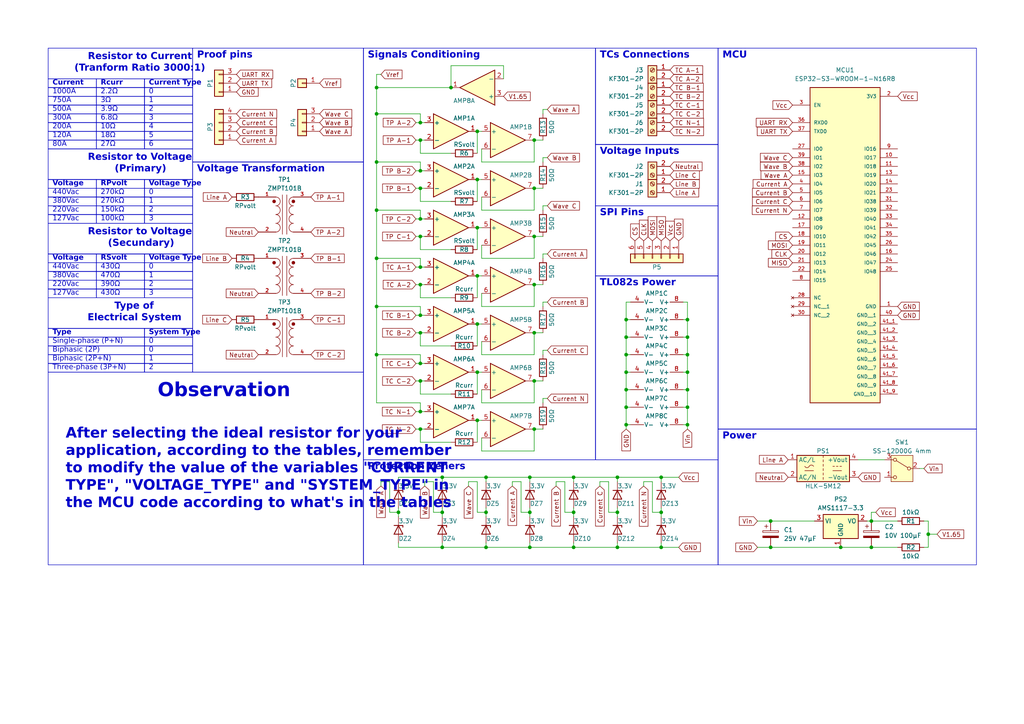
<source format=kicad_sch>
(kicad_sch (version 20230121) (generator eeschema)
  (paper "A4")
  (title_block (title "Power Vision V3.4 Schematic") (date "26/06/2024") (rev "1.3") (company "linkedin.com/in/lucasrguerra") (comment 1 "github.com/lucasrguerra/power_vision"))
  (junction (at 179.07 148.59))
  (junction (at 181.61 107.95))
  (junction (at 166.37 148.59))
  (junction (at 199.39 97.79))
  (junction (at 191.77 148.59))
  (junction (at 140.97 138.43))
  (junction (at 109.22 60.96))
  (junction (at 269.24 154.94))
  (junction (at 121.92 82.55))
  (junction (at 154.94 110.49))
  (junction (at 121.92 68.58))
  (junction (at 179.07 158.75))
  (junction (at 121.92 54.61))
  (junction (at 109.22 102.87))
  (junction (at 153.67 148.59))
  (junction (at 121.92 91.44))
  (junction (at 191.77 158.75))
  (junction (at 154.94 124.46))
  (junction (at 181.61 118.11))
  (junction (at 138.43 38.1))
  (junction (at 243.84 158.75))
  (junction (at 153.67 138.43))
  (junction (at 121.92 35.56))
  (junction (at 128.27 158.75))
  (junction (at 181.61 113.03))
  (junction (at 199.39 123.19))
  (junction (at 223.52 151.13))
  (junction (at 199.39 118.11))
  (junction (at 121.92 105.41))
  (junction (at 138.43 52.07))
  (junction (at 181.61 102.87))
  (junction (at 128.27 138.43))
  (junction (at 154.94 40.64))
  (junction (at 121.92 40.64))
  (junction (at 109.22 74.93))
  (junction (at 191.77 138.43))
  (junction (at 181.61 92.71))
  (junction (at 252.73 158.75))
  (junction (at 154.94 54.61))
  (junction (at 223.52 158.75))
  (junction (at 138.43 107.95))
  (junction (at 140.97 148.59))
  (junction (at 109.22 25.4))
  (junction (at 138.43 80.01))
  (junction (at 166.37 158.75))
  (junction (at 199.39 102.87))
  (junction (at 166.37 138.43))
  (junction (at 181.61 97.79))
  (junction (at 179.07 138.43))
  (junction (at 153.67 158.75))
  (junction (at 128.27 148.59))
  (junction (at 121.92 49.53))
  (junction (at 109.22 46.99))
  (junction (at 121.92 96.52))
  (junction (at 199.39 107.95))
  (junction (at 138.43 93.98))
  (junction (at 121.92 124.46))
  (junction (at 121.92 63.5))
  (junction (at 154.94 82.55))
  (junction (at 154.94 68.58))
  (junction (at 121.92 119.38))
  (junction (at 121.92 77.47))
  (junction (at 154.94 96.52))
  (junction (at 115.57 148.59))
  (junction (at 199.39 113.03))
  (junction (at 130.81 25.4))
  (junction (at 252.73 151.13))
  (junction (at 140.97 158.75))
  (junction (at 109.22 33.02))
  (junction (at 199.39 92.71))
  (junction (at 109.22 88.9))
  (junction (at 138.43 66.04))
  (junction (at 121.92 110.49))
  (junction (at 138.43 121.92))
  (junction (at 181.61 123.19))
  (wire (pts (xy 109.22 60.96) (xy 109.22 74.93)))
  (wire (pts (xy 138.43 52.07) (xy 139.7 52.07)))
  (wire (pts (xy 128.27 138.43) (xy 128.27 139.7)))
  (wire (pts (xy 266.7 135.89) (xy 267.97 135.89)))
  (wire (pts (xy 109.22 33.02) (xy 109.22 25.4)))
  (wire (pts (xy 254 148.59) (xy 252.73 148.59)))
  (wire (pts (xy 154.94 124.46) (xy 157.48 124.46)))
  (wire (pts (xy 138.43 128.27) (xy 138.43 121.92)))
  (wire (pts (xy 157.48 45.72) (xy 157.48 46.99)))
  (wire (pts (xy 115.57 158.75) (xy 128.27 158.75)))
  (wire (pts (xy 181.61 123.19) (xy 181.61 124.46)))
  (wire (pts (xy 113.03 139.7) (xy 113.03 148.59)))
  (wire (pts (xy 179.07 139.7) (xy 179.07 138.43)))
  (wire (pts (xy 146.05 22.86) (xy 146.05 19.05)))
  (wire (pts (xy 109.22 74.93) (xy 109.22 88.9)))
  (wire (pts (xy 109.22 21.59) (xy 109.22 25.4)))
  (wire (pts (xy 121.92 46.99) (xy 109.22 46.99)))
  (wire (pts (xy 166.37 138.43) (xy 179.07 138.43)))
  (wire (pts (xy 121.92 105.41) (xy 121.92 102.87)))
  (wire (pts (xy 139.7 116.84) (xy 154.94 116.84)))
  (wire (pts (xy 121.92 40.64) (xy 123.19 40.64)))
  (wire (pts (xy 139.7 113.03) (xy 139.7 116.84)))
  (wire (pts (xy 121.92 68.58) (xy 123.19 68.58)))
  (wire (pts (xy 191.77 148.59) (xy 191.77 149.86)))
  (wire (pts (xy 138.43 44.45) (xy 138.43 38.1)))
  (wire (pts (xy 121.92 102.87) (xy 109.22 102.87)))
  (wire (pts (xy 148.59 139.7) (xy 148.59 140.97)))
  (wire (pts (xy 115.57 148.59) (xy 115.57 149.86)))
  (wire (pts (xy 115.57 147.32) (xy 115.57 148.59)))
  (wire (pts (xy 223.52 151.13) (xy 236.22 151.13)))
  (wire (pts (xy 121.92 82.55) (xy 123.19 82.55)))
  (wire (pts (xy 198.12 113.03) (xy 199.39 113.03)))
  (wire (pts (xy 121.92 110.49) (xy 123.19 110.49)))
  (wire (pts (xy 179.07 158.75) (xy 191.77 158.75)))
  (wire (pts (xy 154.94 116.84) (xy 154.94 110.49)))
  (wire (pts (xy 154.94 40.64) (xy 157.48 40.64)))
  (wire (pts (xy 140.97 139.7) (xy 140.97 138.43)))
  (wire (pts (xy 120.65 82.55) (xy 121.92 82.55)))
  (wire (pts (xy 130.81 58.42) (xy 121.92 58.42)))
  (wire (pts (xy 121.92 91.44) (xy 121.92 88.9)))
  (wire (pts (xy 157.48 101.6) (xy 157.48 102.87)))
  (wire (pts (xy 120.65 124.46) (xy 121.92 124.46)))
  (wire (pts (xy 267.97 151.13) (xy 269.24 151.13)))
  (wire (pts (xy 125.73 139.7) (xy 125.73 148.59)))
  (wire (pts (xy 252.73 158.75) (xy 260.35 158.75)))
  (wire (pts (xy 154.94 110.49) (xy 157.48 110.49)))
  (wire (pts (xy 121.92 88.9) (xy 109.22 88.9)))
  (wire (pts (xy 252.73 148.59) (xy 252.73 151.13)))
  (wire (pts (xy 139.7 85.09) (xy 139.7 88.9)))
  (wire (pts (xy 109.22 33.02) (xy 109.22 46.99)))
  (wire (pts (xy 182.88 102.87) (xy 181.61 102.87)))
  (wire (pts (xy 181.61 123.19) (xy 182.88 123.19)))
  (wire (pts (xy 158.75 73.66) (xy 157.48 73.66)))
  (wire (pts (xy 135.89 139.7) (xy 138.43 139.7)))
  (wire (pts (xy 157.48 59.69) (xy 157.48 60.96)))
  (wire (pts (xy 166.37 147.32) (xy 166.37 148.59)))
  (wire (pts (xy 109.22 33.02) (xy 121.92 33.02)))
  (wire (pts (xy 199.39 102.87) (xy 199.39 107.95)))
  (wire (pts (xy 199.39 92.71) (xy 199.39 97.79)))
  (wire (pts (xy 186.69 139.7) (xy 186.69 140.97)))
  (wire (pts (xy 123.19 139.7) (xy 123.19 140.97)))
  (wire (pts (xy 130.81 128.27) (xy 121.92 128.27)))
  (wire (pts (xy 166.37 158.75) (xy 153.67 158.75)))
  (wire (pts (xy 121.92 96.52) (xy 123.19 96.52)))
  (wire (pts (xy 120.65 63.5) (xy 121.92 63.5)))
  (wire (pts (xy 139.7 88.9) (xy 154.94 88.9)))
  (wire (pts (xy 199.39 97.79) (xy 198.12 97.79)))
  (wire (pts (xy 179.07 157.48) (xy 179.07 158.75)))
  (wire (pts (xy 191.77 139.7) (xy 191.77 138.43)))
  (wire (pts (xy 109.22 88.9) (xy 109.22 102.87)))
  (wire (pts (xy 121.92 35.56) (xy 121.92 33.02)))
  (wire (pts (xy 181.61 118.11) (xy 182.88 118.11)))
  (wire (pts (xy 157.48 31.75) (xy 157.48 33.02)))
  (wire (pts (xy 140.97 147.32) (xy 140.97 148.59)))
  (wire (pts (xy 182.88 87.63) (xy 181.61 87.63)))
  (wire (pts (xy 198.12 87.63) (xy 199.39 87.63)))
  (wire (pts (xy 161.29 139.7) (xy 161.29 140.97)))
  (wire (pts (xy 128.27 158.75) (xy 128.27 157.48)))
  (wire (pts (xy 189.23 139.7) (xy 189.23 148.59)))
  (wire (pts (xy 269.24 154.94) (xy 271.78 154.94)))
  (wire (pts (xy 181.61 87.63) (xy 181.61 92.71)))
  (wire (pts (xy 198.12 123.19) (xy 199.39 123.19)))
  (wire (pts (xy 248.92 133.35) (xy 256.54 133.35)))
  (wire (pts (xy 199.39 118.11) (xy 199.39 123.19)))
  (wire (pts (xy 154.94 60.96) (xy 154.94 54.61)))
  (wire (pts (xy 138.43 139.7) (xy 138.43 148.59)))
  (wire (pts (xy 120.65 68.58) (xy 121.92 68.58)))
  (wire (pts (xy 139.7 74.93) (xy 154.94 74.93)))
  (wire (pts (xy 130.81 19.05) (xy 146.05 19.05)))
  (wire (pts (xy 120.65 49.53) (xy 121.92 49.53)))
  (wire (pts (xy 154.94 82.55) (xy 157.48 82.55)))
  (wire (pts (xy 123.19 139.7) (xy 125.73 139.7)))
  (wire (pts (xy 109.22 25.4) (xy 130.81 25.4)))
  (wire (pts (xy 154.94 68.58) (xy 157.48 68.58)))
  (wire (pts (xy 138.43 80.01) (xy 139.7 80.01)))
  (wire (pts (xy 138.43 121.92) (xy 139.7 121.92)))
  (wire (pts (xy 121.92 60.96) (xy 109.22 60.96)))
  (wire (pts (xy 153.67 158.75) (xy 140.97 158.75)))
  (wire (pts (xy 120.65 40.64) (xy 121.92 40.64)))
  (wire (pts (xy 120.65 54.61) (xy 121.92 54.61)))
  (wire (pts (xy 176.53 148.59) (xy 179.07 148.59)))
  (wire (pts (xy 166.37 157.48) (xy 166.37 158.75)))
  (wire (pts (xy 158.75 101.6) (xy 157.48 101.6)))
  (wire (pts (xy 121.92 35.56) (xy 123.19 35.56)))
  (wire (pts (xy 120.65 119.38) (xy 121.92 119.38)))
  (wire (pts (xy 154.94 102.87) (xy 139.7 102.87)))
  (wire (pts (xy 157.48 73.66) (xy 157.48 74.93)))
  (wire (pts (xy 121.92 119.38) (xy 123.19 119.38)))
  (wire (pts (xy 121.92 116.84) (xy 121.92 119.38)))
  (wire (pts (xy 140.97 148.59) (xy 140.97 149.86)))
  (wire (pts (xy 115.57 157.48) (xy 115.57 158.75)))
  (wire (pts (xy 138.43 66.04) (xy 139.7 66.04)))
  (wire (pts (xy 139.7 57.15) (xy 139.7 60.96)))
  (wire (pts (xy 109.22 46.99) (xy 109.22 60.96)))
  (wire (pts (xy 181.61 102.87) (xy 181.61 107.95)))
  (wire (pts (xy 120.65 105.41) (xy 121.92 105.41)))
  (wire (pts (xy 154.94 130.81) (xy 139.7 130.81)))
  (wire (pts (xy 109.22 116.84) (xy 121.92 116.84)))
  (wire (pts (xy 163.83 148.59) (xy 166.37 148.59)))
  (wire (pts (xy 138.43 66.04) (xy 138.43 72.39)))
  (wire (pts (xy 121.92 100.33) (xy 121.92 96.52)))
  (wire (pts (xy 148.59 139.7) (xy 151.13 139.7)))
  (wire (pts (xy 138.43 93.98) (xy 139.7 93.98)))
  (wire (pts (xy 121.92 77.47) (xy 121.92 74.93)))
  (wire (pts (xy 121.92 77.47) (xy 123.19 77.47)))
  (wire (pts (xy 269.24 154.94) (xy 269.24 158.75)))
  (wire (pts (xy 179.07 147.32) (xy 179.07 148.59)))
  (wire (pts (xy 181.61 107.95) (xy 181.61 113.03)))
  (wire (pts (xy 154.94 46.99) (xy 154.94 40.64)))
  (wire (pts (xy 121.92 105.41) (xy 123.19 105.41)))
  (wire (pts (xy 110.49 139.7) (xy 113.03 139.7)))
  (wire (pts (xy 139.7 43.18) (xy 139.7 46.99)))
  (wire (pts (xy 181.61 107.95) (xy 182.88 107.95)))
  (wire (pts (xy 181.61 92.71) (xy 181.61 97.79)))
  (wire (pts (xy 158.75 115.57) (xy 157.48 115.57)))
  (wire (pts (xy 269.24 151.13) (xy 269.24 154.94)))
  (wire (pts (xy 138.43 100.33) (xy 138.43 93.98)))
  (wire (pts (xy 191.77 147.32) (xy 191.77 148.59)))
  (wire (pts (xy 138.43 114.3) (xy 138.43 107.95)))
  (wire (pts (xy 199.39 87.63) (xy 199.39 92.71)))
  (wire (pts (xy 154.94 82.55) (xy 154.94 88.9)))
  (wire (pts (xy 181.61 113.03) (xy 181.61 118.11)))
  (wire (pts (xy 189.23 148.59) (xy 191.77 148.59)))
  (wire (pts (xy 199.39 97.79) (xy 199.39 102.87)))
  (wire (pts (xy 121.92 63.5) (xy 123.19 63.5)))
  (wire (pts (xy 157.48 87.63) (xy 157.48 88.9)))
  (wire (pts (xy 267.97 158.75) (xy 269.24 158.75)))
  (wire (pts (xy 140.97 157.48) (xy 140.97 158.75)))
  (wire (pts (xy 139.7 60.96) (xy 154.94 60.96)))
  (wire (pts (xy 115.57 138.43) (xy 128.27 138.43)))
  (wire (pts (xy 154.94 96.52) (xy 154.94 102.87)))
  (wire (pts (xy 121.92 74.93) (xy 109.22 74.93)))
  (wire (pts (xy 130.81 100.33) (xy 121.92 100.33)))
  (wire (pts (xy 140.97 158.75) (xy 128.27 158.75)))
  (wire (pts (xy 110.49 139.7) (xy 110.49 140.97)))
  (wire (pts (xy 120.65 35.56) (xy 121.92 35.56)))
  (wire (pts (xy 109.22 102.87) (xy 109.22 116.84)))
  (wire (pts (xy 179.07 148.59) (xy 179.07 149.86)))
  (wire (pts (xy 173.99 139.7) (xy 176.53 139.7)))
  (wire (pts (xy 223.52 158.75) (xy 243.84 158.75)))
  (wire (pts (xy 153.67 157.48) (xy 153.67 158.75)))
  (wire (pts (xy 130.81 72.39) (xy 121.92 72.39)))
  (wire (pts (xy 138.43 58.42) (xy 138.43 52.07)))
  (wire (pts (xy 121.92 44.45) (xy 121.92 40.64)))
  (wire (pts (xy 128.27 138.43) (xy 140.97 138.43)))
  (wire (pts (xy 139.7 46.99) (xy 154.94 46.99)))
  (wire (pts (xy 166.37 139.7) (xy 166.37 138.43)))
  (wire (pts (xy 121.92 58.42) (xy 121.92 54.61)))
  (wire (pts (xy 130.81 19.05) (xy 130.81 25.4)))
  (wire (pts (xy 154.94 96.52) (xy 157.48 96.52)))
  (wire (pts (xy 154.94 74.93) (xy 154.94 68.58)))
  (wire (pts (xy 138.43 86.36) (xy 138.43 80.01)))
  (wire (pts (xy 181.61 118.11) (xy 181.61 123.19)))
  (wire (pts (xy 166.37 148.59) (xy 166.37 149.86)))
  (wire (pts (xy 121.92 72.39) (xy 121.92 68.58)))
  (wire (pts (xy 121.92 49.53) (xy 121.92 46.99)))
  (wire (pts (xy 181.61 97.79) (xy 181.61 102.87)))
  (wire (pts (xy 151.13 139.7) (xy 151.13 148.59)))
  (wire (pts (xy 135.89 139.7) (xy 135.89 140.97)))
  (wire (pts (xy 138.43 107.95) (xy 139.7 107.95)))
  (wire (pts (xy 198.12 118.11) (xy 199.39 118.11)))
  (wire (pts (xy 121.92 86.36) (xy 121.92 82.55)))
  (wire (pts (xy 179.07 138.43) (xy 191.77 138.43)))
  (wire (pts (xy 130.81 114.3) (xy 121.92 114.3)))
  (wire (pts (xy 173.99 139.7) (xy 173.99 140.97)))
  (wire (pts (xy 115.57 139.7) (xy 115.57 138.43)))
  (wire (pts (xy 157.48 115.57) (xy 157.48 116.84)))
  (wire (pts (xy 120.65 110.49) (xy 121.92 110.49)))
  (wire (pts (xy 113.03 148.59) (xy 115.57 148.59)))
  (wire (pts (xy 121.92 49.53) (xy 123.19 49.53)))
  (wire (pts (xy 199.39 102.87) (xy 198.12 102.87)))
  (wire (pts (xy 219.71 151.13) (xy 223.52 151.13)))
  (wire (pts (xy 138.43 148.59) (xy 140.97 148.59)))
  (wire (pts (xy 176.53 139.7) (xy 176.53 148.59)))
  (wire (pts (xy 179.07 158.75) (xy 166.37 158.75)))
  (wire (pts (xy 120.65 96.52) (xy 121.92 96.52)))
  (wire (pts (xy 219.71 158.75) (xy 223.52 158.75)))
  (wire (pts (xy 120.65 91.44) (xy 121.92 91.44)))
  (wire (pts (xy 158.75 31.75) (xy 157.48 31.75)))
  (wire (pts (xy 121.92 114.3) (xy 121.92 110.49)))
  (wire (pts (xy 199.39 113.03) (xy 199.39 118.11)))
  (wire (pts (xy 125.73 148.59) (xy 128.27 148.59)))
  (wire (pts (xy 153.67 148.59) (xy 153.67 149.86)))
  (wire (pts (xy 130.81 44.45) (xy 121.92 44.45)))
  (wire (pts (xy 138.43 38.1) (xy 139.7 38.1)))
  (wire (pts (xy 199.39 107.95) (xy 199.39 113.03)))
  (wire (pts (xy 139.7 71.12) (xy 139.7 74.93)))
  (wire (pts (xy 153.67 147.32) (xy 153.67 148.59)))
  (wire (pts (xy 121.92 124.46) (xy 123.19 124.46)))
  (wire (pts (xy 128.27 148.59) (xy 128.27 149.86)))
  (wire (pts (xy 158.75 59.69) (xy 157.48 59.69)))
  (wire (pts (xy 199.39 92.71) (xy 198.12 92.71)))
  (wire (pts (xy 128.27 147.32) (xy 128.27 148.59)))
  (wire (pts (xy 182.88 92.71) (xy 181.61 92.71)))
  (wire (pts (xy 151.13 148.59) (xy 153.67 148.59)))
  (wire (pts (xy 198.12 107.95) (xy 199.39 107.95)))
  (wire (pts (xy 153.67 138.43) (xy 166.37 138.43)))
  (wire (pts (xy 121.92 128.27) (xy 121.92 124.46)))
  (wire (pts (xy 252.73 151.13) (xy 260.35 151.13)))
  (wire (pts (xy 120.65 77.47) (xy 121.92 77.47)))
  (wire (pts (xy 181.61 113.03) (xy 182.88 113.03)))
  (wire (pts (xy 161.29 139.7) (xy 163.83 139.7)))
  (wire (pts (xy 121.92 91.44) (xy 123.19 91.44)))
  (wire (pts (xy 196.85 158.75) (xy 191.77 158.75)))
  (wire (pts (xy 163.83 139.7) (xy 163.83 148.59)))
  (wire (pts (xy 139.7 130.81) (xy 139.7 127)))
  (wire (pts (xy 140.97 138.43) (xy 153.67 138.43)))
  (wire (pts (xy 121.92 63.5) (xy 121.92 60.96)))
  (wire (pts (xy 130.81 86.36) (xy 121.92 86.36)))
  (wire (pts (xy 154.94 54.61) (xy 157.48 54.61)))
  (wire (pts (xy 158.75 45.72) (xy 157.48 45.72)))
  (wire (pts (xy 121.92 54.61) (xy 123.19 54.61)))
  (wire (pts (xy 158.75 87.63) (xy 157.48 87.63)))
  (wire (pts (xy 154.94 124.46) (xy 154.94 130.81)))
  (wire (pts (xy 153.67 139.7) (xy 153.67 138.43)))
  (wire (pts (xy 182.88 97.79) (xy 181.61 97.79)))
  (wire (pts (xy 243.84 158.75) (xy 252.73 158.75)))
  (wire (pts (xy 186.69 139.7) (xy 189.23 139.7)))
  (wire (pts (xy 110.49 21.59) (xy 109.22 21.59)))
  (wire (pts (xy 196.85 138.43) (xy 191.77 138.43)))
  (wire (pts (xy 139.7 102.87) (xy 139.7 99.06)))
  (wire (pts (xy 251.46 151.13) (xy 252.73 151.13)))
  (wire (pts (xy 199.39 123.19) (xy 199.39 124.46)))
  (wire (pts (xy 191.77 157.48) (xy 191.77 158.75)))
  (rectangle (start 27.94 38.1) (end 41.91 40.64))
  (rectangle (start 41.91 40.64) (end 55.88 43.18))
  (rectangle (start 27.94 22.86) (end 41.91 25.4))
  (rectangle (start 27.94 78.74) (end 41.91 81.28))
  (rectangle (start 27.94 73.66) (end 41.91 76.2))
  (rectangle (start 13.97 102.87) (end 41.91 105.41))
  (rectangle (start 41.91 52.07) (end 55.88 54.61))
  (rectangle (start 27.94 62.23) (end 41.91 64.77))
  (rectangle (start 13.97 64.77) (end 55.88 73.66))
  (rectangle (start 41.91 83.82) (end 55.88 86.36))
  (rectangle (start 27.94 30.48) (end 41.91 33.02))
  (rectangle (start 41.91 105.41) (end 55.88 107.95))
  (rectangle (start 13.97 57.15) (end 27.94 59.69))
  (rectangle (start 55.88 46.99) (end 105.41 107.95))
  (rectangle (start 27.94 81.28) (end 41.91 83.82))
  (rectangle (start 13.97 100.33) (end 41.91 102.87))
  (rectangle (start 208.28 13.97) (end 283.21 124.46))
  (rectangle (start 13.97 38.1) (end 27.94 40.64))
  (rectangle (start 13.97 22.86) (end 27.94 25.4))
  (rectangle (start 41.91 78.74) (end 55.88 81.28))
  (rectangle (start 172.72 13.97) (end 208.28 41.91))
  (rectangle (start 105.41 13.97) (end 172.72 133.35))
  (rectangle (start 41.91 100.33) (end 55.88 102.87))
  (rectangle (start 208.28 124.46) (end 283.21 163.83))
  (rectangle (start 13.97 35.56) (end 27.94 38.1))
  (rectangle (start 55.88 13.97) (end 105.41 46.99))
  (rectangle (start 41.91 27.94) (end 55.88 30.48))
  (rectangle (start 172.72 59.69) (end 208.28 80.01))
  (rectangle (start 41.91 38.1) (end 55.88 40.64))
  (rectangle (start 13.97 76.2) (end 27.94 78.74))
  (rectangle (start 41.91 73.66) (end 55.88 76.2))
  (rectangle (start 13.97 30.48) (end 27.94 33.02))
  (rectangle (start 41.91 22.86) (end 55.88 25.4))
  (rectangle (start 41.91 59.69) (end 55.88 62.23))
  (rectangle (start 41.91 102.87) (end 55.88 105.41))
  (rectangle (start 13.97 105.41) (end 41.91 107.95))
  (rectangle (start 13.97 13.97) (end 55.88 22.86))
  (rectangle (start 27.94 52.07) (end 41.91 54.61))
  (rectangle (start 27.94 35.56) (end 41.91 38.1))
  (rectangle (start 13.97 54.61) (end 27.94 57.15))
  (rectangle (start 27.94 57.15) (end 41.91 59.69))
  (rectangle (start 13.97 107.95) (end 105.41 163.83))
  (rectangle (start 13.97 97.79) (end 41.91 100.33))
  (rectangle (start 172.72 41.91) (end 208.28 59.69))
  (rectangle (start 13.97 86.36) (end 55.88 95.25))
  (rectangle (start 27.94 59.69) (end 41.91 62.23))
  (rectangle (start 27.94 54.61) (end 41.91 57.15))
  (rectangle (start 41.91 25.4) (end 55.88 27.94))
  (rectangle (start 13.97 62.23) (end 27.94 64.77))
  (rectangle (start 105.41 133.35) (end 208.28 163.83))
  (rectangle (start 41.91 30.48) (end 55.88 33.02))
  (rectangle (start 27.94 27.94) (end 41.91 30.48))
  (rectangle (start 13.97 78.74) (end 27.94 81.28))
  (rectangle (start 27.94 33.02) (end 41.91 35.56))
  (rectangle (start 41.91 57.15) (end 55.88 59.69))
  (rectangle (start 13.97 33.02) (end 27.94 35.56))
  (rectangle (start 27.94 76.2) (end 41.91 78.74))
  (rectangle (start 41.91 33.02) (end 55.88 35.56))
  (rectangle (start 27.94 25.4) (end 41.91 27.94))
  (rectangle (start 41.91 95.25) (end 55.88 97.79))
  (rectangle (start 13.97 27.94) (end 27.94 30.48))
  (rectangle (start 41.91 97.79) (end 55.88 100.33))
  (rectangle (start 13.97 73.66) (end 27.94 76.2))
  (rectangle (start 13.97 59.69) (end 27.94 62.23))
  (rectangle (start 13.97 83.82) (end 27.94 86.36))
  (rectangle (start 172.72 80.01) (end 208.28 133.35))
  (rectangle (start 13.97 43.18) (end 55.88 52.07))
  (rectangle (start 27.94 83.82) (end 41.91 86.36))
  (rectangle (start 41.91 76.2) (end 55.88 78.74))
  (rectangle (start 41.91 81.28) (end 55.88 83.82))
  (rectangle (start 41.91 54.61) (end 55.88 57.15))
  (rectangle (start 13.97 25.4) (end 27.94 27.94))
  (rectangle (start 13.97 52.07) (end 27.94 54.61))
  (rectangle (start 13.97 95.25) (end 41.91 97.79))
  (rectangle (start 13.97 81.28) (end 27.94 83.82))
  (rectangle (start 13.97 40.64) (end 27.94 43.18))
  (rectangle (start 41.91 35.56) (end 55.88 38.1))
  (rectangle (start 27.94 40.64) (end 41.91 43.18))
  (rectangle (start 41.91 62.23) (end 55.88 64.77))
  (text "5" (at 43.18 40.64 0) (effects (font (size 1.5 1.5)) (justify left bottom)))
  (text "27Ω" (at 29.21 43.18 0) (effects (font (size 1.5 1.5)) (justify left bottom)))
  (text "    Resistor to Voltage\n          (Secundary)" (at 21.59 72.39 0) (effects (font (size 2 2) (thickness 0.254) bold) (justify left bottom)))
  (text "Type\n" (at 15.24 97.79 0) (effects (font (size 1.5 1.5) (thickness 0.3) bold) (justify left bottom)))
  (text "10Ω" (at 29.21 38.1 0) (effects (font (size 1.5 1.5)) (justify left bottom)))
  (text "220Vac" (at 15.24 62.23 0) (effects (font (size 1.5 1.5)) (justify left bottom)))
  (text "0" (at 43.18 27.94 0) (effects (font (size 1.5 1.5)) (justify left bottom)))
  (text "380Vac" (at 15.24 59.69 0) (effects (font (size 1.5 1.5)) (justify left bottom)))
  (text "Biphasic (2P)" (at 15.24 102.87 0) (effects (font (size 1.5 1.5)) (justify left bottom)))
  (text "380Vac" (at 15.24 81.28 0) (effects (font (size 1.5 1.5)) (justify left bottom)))
  (text "220Vac" (at 15.24 83.82 0) (effects (font (size 1.5 1.5)) (justify left bottom)))
  (text "2" (at 43.18 107.95 0) (effects (font (size 1.5 1.5)) (justify left bottom)))
  (text "470Ω" (at 29.21 81.28 0) (effects (font (size 1.5 1.5)) (justify left bottom)))
  (text "RSvolt" (at 29.21 76.2 0) (effects (font (size 1.5 1.5) (thickness 0.3) bold) (justify left bottom)))
  (text "500A" (at 15.24 33.02 0) (effects (font (size 1.5 1.5)) (justify left bottom)))
  (text "1" (at 43.18 59.69 0) (effects (font (size 1.5 1.5)) (justify left bottom)))
  (text "2" (at 43.18 83.82 0) (effects (font (size 1.5 1.5)) (justify left bottom)))
  (text "6" (at 43.18 43.18 0) (effects (font (size 1.5 1.5)) (justify left bottom)))
  (text "        Type of\nElectrical System" (at 25.4 93.98 0) (effects (font (size 2 2) (thickness 0.254) bold) (justify left bottom)))
  (text "Voltage Type" (at 43.18 54.61 0) (effects (font (size 1.5 1.5) (thickness 0.3) bold) (justify left bottom)))
  (text "2" (at 43.18 33.02 0) (effects (font (size 1.5 1.5)) (justify left bottom)))
  (text "Current" (at 15.24 25.4 0) (effects (font (size 1.5 1.5) (thickness 0.3) bold) (justify left bottom)))
  (text "300A" (at 15.24 35.56 0) (effects (font (size 1.5 1.5)) (justify left bottom)))
  (text "MCU" (at 209.55 17.78 0) (effects (font (size 2 2) (thickness 0.254) bold) (justify left bottom)))
  (text "3Ω" (at 29.21 30.48 0) (effects (font (size 1.5 1.5)) (justify left bottom)))
  (text "750A" (at 15.24 30.48 0) (effects (font (size 1.5 1.5)) (justify left bottom)))
  (text "440Vac" (at 15.24 78.74 0) (effects (font (size 1.5 1.5)) (justify left bottom)))
  (text "3.9Ω" (at 29.21 33.02 0) (effects (font (size 1.5 1.5)) (justify left bottom)))
  (text "RPvolt" (at 29.21 54.61 0) (effects (font (size 1.5 1.5) (thickness 0.3) bold) (justify left bottom)))
  (text "2" (at 43.18 62.23 0) (effects (font (size 1.5 1.5)) (justify left bottom)))
  (text "0" (at 43.18 102.87 0) (effects (font (size 1.5 1.5)) (justify left bottom)))
  (text "Power" (at 209.55 128.27 0) (effects (font (size 2 2) (thickness 0.254) bold) (justify left bottom)))
  (text "270kΩ" (at 29.21 57.15 0) (effects (font (size 1.5 1.5)) (justify left bottom)))
  (text "270kΩ" (at 29.21 59.69 0) (effects (font (size 1.5 1.5)) (justify left bottom)))
  (text "100kΩ" (at 29.21 64.77 0) (effects (font (size 1.5 1.5)) (justify left bottom)))
  (text "Voltage" (at 15.24 76.2 0) (effects (font (size 1.5 1.5) (thickness 0.3) bold) (justify left bottom)))
  (text "Voltage Inputs" (at 173.99 45.72 0) (effects (font (size 2 2) (thickness 0.254) bold) (justify left bottom)))
  (text "System Type" (at 43.18 97.79 0) (effects (font (size 1.5 1.5) (thickness 0.3) bold) (justify left bottom)))
  (text "3" (at 43.18 86.36 0) (effects (font (size 1.5 1.5)) (justify left bottom)))
  (text "18Ω" (at 29.21 40.64 0) (effects (font (size 1.5 1.5)) (justify left bottom)))
  (text "6.8Ω" (at 29.21 35.56 0) (effects (font (size 1.5 1.5)) (justify left bottom)))
  (text "390Ω" (at 29.21 83.82 0) (effects (font (size 1.5 1.5)) (justify left bottom)))
  (text "Voltage Type" (at 43.18 76.2 0) (effects (font (size 1.5 1.5) (thickness 0.3) bold) (justify left bottom)))
  (text "    Resistor to Voltage\n            (Primary)" (at 21.59 50.8 0) (effects (font (size 2 2) (thickness 0.254) bold) (justify left bottom)))
  (text "After selecting the ideal resistor for your\napplication, according to the tables, remember\nto modify the value of the variables \"CURRENT\nTYPE\", \"VOLTAGE_TYPE\" and \"SYSTEM_TYPE\" in\nthe MCU code according to what's in the tables" (at 19.05 148.59 0) (effects (font (size 3 3) (thickness 0.6) bold) (justify left bottom)))
  (text "120A" (at 15.24 40.64 0) (effects (font (size 1.5 1.5)) (justify left bottom)))
  (text "Protection Zeners" (at 106.68 137.16 0) (effects (font (size 2 2) (thickness 0.254) bold) (justify left bottom)))
  (text "127Vac" (at 15.24 64.77 0) (effects (font (size 1.5 1.5)) (justify left bottom)))
  (text "TL082s Power\n" (at 173.99 83.82 0) (effects (font (size 2 2) (thickness 0.254) bold) (justify left bottom)))
  (text "1" (at 43.18 81.28 0) (effects (font (size 1.5 1.5)) (justify left bottom)))
  (text "150kΩ" (at 29.21 62.23 0) (effects (font (size 1.5 1.5)) (justify left bottom)))
  (text "Signals Conditioning" (at 106.68 17.78 0) (effects (font (size 2 2) (thickness 0.254) bold) (justify left bottom)))
  (text "0" (at 43.18 57.15 0) (effects (font (size 1.5 1.5)) (justify left bottom)))
  (text "1000A" (at 15.24 27.94 0) (effects (font (size 1.5 1.5)) (justify left bottom)))
  (text "Current Type" (at 43.18 25.4 0) (effects (font (size 1.5 1.5) (thickness 0.3) bold) (justify left bottom)))
  (text "Voltage Transformation\n" (at 57.15 50.8 0) (effects (font (size 2 2) (thickness 0.254) bold) (justify left bottom)))
  (text "127Vac" (at 15.24 86.36 0) (effects (font (size 1.5 1.5)) (justify left bottom)))
  (text "200A" (at 15.24 38.1 0) (effects (font (size 1.5 1.5)) (justify left bottom)))
  (text "1" (at 43.18 30.48 0) (effects (font (size 1.5 1.5)) (justify left bottom)))
  (text "430Ω" (at 29.21 86.36 0) (effects (font (size 1.5 1.5)) (justify left bottom)))
  (text "Three-phase (3P+N)" (at 15.24 107.95 0) (effects (font (size 1.5 1.5)) (justify left bottom)))
  (text "0" (at 43.18 100.33 0) (effects (font (size 1.5 1.5)) (justify left bottom)))
  (text "80A" (at 15.24 43.18 0) (effects (font (size 1.5 1.5)) (justify left bottom)))
  (text "3" (at 43.18 64.77 0) (effects (font (size 1.5 1.5)) (justify left bottom)))
  (text "1" (at 43.18 105.41 0) (effects (font (size 1.5 1.5)) (justify left bottom)))
  (text "Biphasic (2P+N)\n" (at 15.24 105.41 0) (effects (font (size 1.5 1.5)) (justify left bottom)))
  (text "SPI Pins\n" (at 173.99 63.5 0) (effects (font (size 2 2) (thickness 0.254) bold) (justify left bottom)))
  (text "Rcurr" (at 29.21 25.4 0) (effects (font (size 1.5 1.5) (thickness 0.3) bold) (justify left bottom)))
  (text "2.2Ω" (at 29.21 27.94 0) (effects (font (size 1.5 1.5)) (justify left bottom)))
  (text "    Resistor to Current\n(Tranform Ratio 3000:1)" (at 21.59 21.59 0) (effects (font (size 2 2) (thickness 0.254) bold) (justify left bottom)))
  (text "4" (at 43.18 38.1 0) (effects (font (size 1.5 1.5)) (justify left bottom)))
  (text "430Ω" (at 29.21 78.74 0) (effects (font (size 1.5 1.5)) (justify left bottom)))
  (text "3" (at 43.18 35.56 0) (effects (font (size 1.5 1.5)) (justify left bottom)))
  (text "Voltage" (at 15.24 54.61 0) (effects (font (size 1.5 1.5) (thickness 0.3) bold) (justify left bottom)))
  (text "Single-phase (P+N)" (at 15.24 100.33 0) (effects (font (size 1.5 1.5)) (justify left bottom)))
  (text "TCs Connections" (at 173.99 17.78 0) (effects (font (size 2 2) (thickness 0.254) bold) (justify left bottom)))
  (text "440Vac" (at 15.24 57.15 0) (effects (font (size 1.5 1.5)) (justify left bottom)))
  (text "Proof pins" (at 57.15 17.78 0) (effects (font (size 2 2) (thickness 0.254) bold) (justify left bottom)))
  (text "0" (at 43.18 78.74 0) (effects (font (size 1.5 1.5)) (justify left bottom)))
  (text "Observation" (at 45.72 116.84 0) (effects (font (size 4 4) (thickness 0.254) bold) (justify left bottom)))
  (global_label "Wave A" (shape input) (at 92.71 38.1 0) (property "Intersheetrefs" "${INTERSHEET_REFS}" (effects hide)))
  (global_label "Neutral" (shape input) (at 194.31 48.26 0) (property "Intersheetrefs" "${INTERSHEET_REFS}" (effects hide)))
  (global_label "Wave A" (shape input) (at 110.49 140.97 270) (property "Intersheetrefs" "${INTERSHEET_REFS}" (effects hide)))
  (global_label "Vin" (shape input) (at 219.71 151.13 180) (property "Intersheetrefs" "${INTERSHEET_REFS}" (effects hide)))
  (global_label "CS" (shape input) (at 184.15 69.85 90) (property "Intersheetrefs" "${INTERSHEET_REFS}" (effects hide)))
  (global_label "TP C-2" (shape input) (at 120.65 63.5 180) (property "Intersheetrefs" "${INTERSHEET_REFS}" (effects hide)))
  (global_label "TC C-2" (shape input) (at 120.65 110.49 180) (property "Intersheetrefs" "${INTERSHEET_REFS}" (effects hide)))
  (global_label "Line C" (shape input) (at 194.31 50.8 0) (property "Intersheetrefs" "${INTERSHEET_REFS}" (effects hide)))
  (global_label "Vcc" (shape input) (at 254 148.59 0) (property "Intersheetrefs" "${INTERSHEET_REFS}" (effects hide)))
  (global_label "CLK" (shape input) (at 186.69 69.85 90) (property "Intersheetrefs" "${INTERSHEET_REFS}" (effects hide)))
  (global_label "Vcc" (shape input) (at 194.31 69.85 90) (property "Intersheetrefs" "${INTERSHEET_REFS}" (effects hide)))
  (global_label "Vcc" (shape input) (at 229.87 30.48 180) (property "Intersheetrefs" "${INTERSHEET_REFS}" (effects hide)))
  (global_label "TP C-2" (shape input) (at 90.17 102.87 0) (property "Intersheetrefs" "${INTERSHEET_REFS}" (effects hide)))
  (global_label "TP A-2" (shape input) (at 90.17 67.31 0) (property "Intersheetrefs" "${INTERSHEET_REFS}" (effects hide)))
  (global_label "Current N" (shape input) (at 158.75 115.57 0) (property "Intersheetrefs" "${INTERSHEET_REFS}" (effects hide)))
  (global_label "CLK" (shape input) (at 229.87 73.66 180) (property "Intersheetrefs" "${INTERSHEET_REFS}" (effects hide)))
  (global_label "TC A-2" (shape input) (at 120.65 82.55 180) (property "Intersheetrefs" "${INTERSHEET_REFS}" (effects hide)))
  (global_label "Line C" (shape input) (at 67.31 92.71 180) (property "Intersheetrefs" "${INTERSHEET_REFS}" (effects hide)))
  (global_label "Vin" (shape input) (at 267.97 135.89 0) (property "Intersheetrefs" "${INTERSHEET_REFS}" (effects hide)))
  (global_label "Wave C" (shape input) (at 158.75 59.69 0) (property "Intersheetrefs" "${INTERSHEET_REFS}" (effects hide)))
  (global_label "MISO" (shape input) (at 229.87 76.2 180) (property "Intersheetrefs" "${INTERSHEET_REFS}" (effects hide)))
  (global_label "Vin" (shape input) (at 199.39 124.46 270) (property "Intersheetrefs" "${INTERSHEET_REFS}" (effects hide)))
  (global_label "Current A" (shape input) (at 158.75 73.66 0) (property "Intersheetrefs" "${INTERSHEET_REFS}" (effects hide)))
  (global_label "TC B-1" (shape input) (at 194.31 25.4 0) (property "Intersheetrefs" "${INTERSHEET_REFS}" (effects hide)))
  (global_label "TC B-1" (shape input) (at 120.65 91.44 180) (property "Intersheetrefs" "${INTERSHEET_REFS}" (effects hide)))
  (global_label "Vref" (shape input) (at 92.71 24.13 0) (property "Intersheetrefs" "${INTERSHEET_REFS}" (effects hide)))
  (global_label "GND" (shape input) (at 181.61 124.46 270) (property "Intersheetrefs" "${INTERSHEET_REFS}" (effects hide)))
  (global_label "Wave B" (shape input) (at 229.87 48.26 180) (property "Intersheetrefs" "${INTERSHEET_REFS}" (effects hide)))
  (global_label "UART TX" (shape input) (at 68.58 24.13 0) (property "Intersheetrefs" "${INTERSHEET_REFS}" (effects hide)))
  (global_label "TP B-1" (shape input) (at 120.65 54.61 180) (property "Intersheetrefs" "${INTERSHEET_REFS}" (effects hide)))
  (global_label "Vref" (shape input) (at 110.49 21.59 0) (property "Intersheetrefs" "${INTERSHEET_REFS}" (effects hide)))
  (global_label "Wave B" (shape input) (at 158.75 45.72 0) (property "Intersheetrefs" "${INTERSHEET_REFS}" (effects hide)))
  (global_label "Current C" (shape input) (at 158.75 101.6 0) (property "Intersheetrefs" "${INTERSHEET_REFS}" (effects hide)))
  (global_label "Current N" (shape input) (at 186.69 140.97 270) (property "Intersheetrefs" "${INTERSHEET_REFS}" (effects hide)))
  (global_label "GND" (shape input) (at 248.92 138.43 0) (property "Intersheetrefs" "${INTERSHEET_REFS}" (effects hide)))
  (global_label "MISO" (shape input) (at 191.77 69.85 90) (property "Intersheetrefs" "${INTERSHEET_REFS}" (effects hide)))
  (global_label "Current N" (shape input) (at 68.58 33.02 0) (property "Intersheetrefs" "${INTERSHEET_REFS}" (effects hide)))
  (global_label "TP C-1" (shape input) (at 120.65 68.58 180) (property "Intersheetrefs" "${INTERSHEET_REFS}" (effects hide)))
  (global_label "TP A-1" (shape input) (at 90.17 57.15 0) (property "Intersheetrefs" "${INTERSHEET_REFS}" (effects hide)))
  (global_label "UART RX" (shape input) (at 68.58 21.59 0) (property "Intersheetrefs" "${INTERSHEET_REFS}" (effects hide)))
  (global_label "V1.65" (shape input) (at 271.78 154.94 0) (property "Intersheetrefs" "${INTERSHEET_REFS}" (effects hide)))
  (global_label "Current B" (shape input) (at 229.87 55.88 180) (property "Intersheetrefs" "${INTERSHEET_REFS}" (effects hide)))
  (global_label "Wave C" (shape input) (at 229.87 45.72 180) (property "Intersheetrefs" "${INTERSHEET_REFS}" (effects hide)))
  (global_label "TC N-2" (shape input) (at 120.65 124.46 180) (property "Intersheetrefs" "${INTERSHEET_REFS}" (effects hide)))
  (global_label "Neutral" (shape input) (at 74.93 85.09 180) (property "Intersheetrefs" "${INTERSHEET_REFS}" (effects hide)))
  (global_label "Neutral" (shape input) (at 74.93 67.31 180) (property "Intersheetrefs" "${INTERSHEET_REFS}" (effects hide)))
  (global_label "Line B" (shape input) (at 67.31 74.93 180) (property "Intersheetrefs" "${INTERSHEET_REFS}" (effects hide)))
  (global_label "TP B-2" (shape input) (at 120.65 49.53 180) (property "Intersheetrefs" "${INTERSHEET_REFS}" (effects hide)))
  (global_label "Current A" (shape input) (at 68.58 40.64 0) (property "Intersheetrefs" "${INTERSHEET_REFS}" (effects hide)))
  (global_label "TC A-1" (shape input) (at 120.65 77.47 180) (property "Intersheetrefs" "${INTERSHEET_REFS}" (effects hide)))
  (global_label "Wave C" (shape input) (at 135.89 140.97 270) (property "Intersheetrefs" "${INTERSHEET_REFS}" (effects hide)))
  (global_label "Wave C" (shape input) (at 92.71 33.02 0) (property "Intersheetrefs" "${INTERSHEET_REFS}" (effects hide)))
  (global_label "GND" (shape input) (at 260.35 91.44 0) (property "Intersheetrefs" "${INTERSHEET_REFS}" (effects hide)))
  (global_label "TC C-1" (shape input) (at 194.31 30.48 0) (property "Intersheetrefs" "${INTERSHEET_REFS}" (effects hide)))
  (global_label "TC A-1" (shape input) (at 194.31 20.32 0) (property "Intersheetrefs" "${INTERSHEET_REFS}" (effects hide)))
  (global_label "Current A" (shape input) (at 148.59 140.97 270) (property "Intersheetrefs" "${INTERSHEET_REFS}" (effects hide)))
  (global_label "CS" (shape input) (at 229.87 68.58 180) (property "Intersheetrefs" "${INTERSHEET_REFS}" (effects hide)))
  (global_label "Line B" (shape input) (at 194.31 53.34 0) (property "Intersheetrefs" "${INTERSHEET_REFS}" (effects hide)))
  (global_label "Neutral" (shape input) (at 228.6 138.43 180) (property "Intersheetrefs" "${INTERSHEET_REFS}" (effects hide)))
  (global_label "TP A-2" (shape input) (at 120.65 35.56 180) (property "Intersheetrefs" "${INTERSHEET_REFS}" (effects hide)))
  (global_label "TC C-2" (shape input) (at 194.31 33.02 0) (property "Intersheetrefs" "${INTERSHEET_REFS}" (effects hide)))
  (global_label "Line A" (shape input) (at 67.31 57.15 180) (property "Intersheetrefs" "${INTERSHEET_REFS}" (effects hide)))
  (global_label "TC B-2" (shape input) (at 120.65 96.52 180) (property "Intersheetrefs" "${INTERSHEET_REFS}" (effects hide)))
  (global_label "Current N" (shape input) (at 229.87 60.96 180) (property "Intersheetrefs" "${INTERSHEET_REFS}" (effects hide)))
  (global_label "Wave A" (shape input) (at 229.87 50.8 180) (property "Intersheetrefs" "${INTERSHEET_REFS}" (effects hide)))
  (global_label "GND" (shape input) (at 196.85 158.75 0) (property "Intersheetrefs" "${INTERSHEET_REFS}" (effects hide)))
  (global_label "Current B" (shape input) (at 158.75 87.63 0) (property "Intersheetrefs" "${INTERSHEET_REFS}" (effects hide)))
  (global_label "V1.65" (shape input) (at 146.05 27.94 0) (property "Intersheetrefs" "${INTERSHEET_REFS}" (effects hide)))
  (global_label "MOSI" (shape input) (at 229.87 71.12 180) (property "Intersheetrefs" "${INTERSHEET_REFS}" (effects hide)))
  (global_label "TC C-1" (shape input) (at 120.65 105.41 180) (property "Intersheetrefs" "${INTERSHEET_REFS}" (effects hide)))
  (global_label "GND" (shape input) (at 196.85 69.85 90) (property "Intersheetrefs" "${INTERSHEET_REFS}" (effects hide)))
  (global_label "Current C" (shape input) (at 68.58 35.56 0) (property "Intersheetrefs" "${INTERSHEET_REFS}" (effects hide)))
  (global_label "TC N-1" (shape input) (at 120.65 119.38 180) (property "Intersheetrefs" "${INTERSHEET_REFS}" (effects hide)))
  (global_label "GND" (shape input) (at 68.58 26.67 0) (property "Intersheetrefs" "${INTERSHEET_REFS}" (effects hide)))
  (global_label "UART RX" (shape input) (at 229.87 35.56 180) (property "Intersheetrefs" "${INTERSHEET_REFS}" (effects hide)))
  (global_label "TP B-1" (shape input) (at 90.17 74.93 0) (property "Intersheetrefs" "${INTERSHEET_REFS}" (effects hide)))
  (global_label "TC N-1" (shape input) (at 194.31 35.56 0) (property "Intersheetrefs" "${INTERSHEET_REFS}" (effects hide)))
  (global_label "GND" (shape input) (at 219.71 158.75 180) (property "Intersheetrefs" "${INTERSHEET_REFS}" (effects hide)))
  (global_label "TC A-2" (shape input) (at 194.31 22.86 0) (property "Intersheetrefs" "${INTERSHEET_REFS}" (effects hide)))
  (global_label "Wave B" (shape input) (at 123.19 140.97 270) (property "Intersheetrefs" "${INTERSHEET_REFS}" (effects hide)))
  (global_label "Line A" (shape input) (at 194.31 55.88 0) (property "Intersheetrefs" "${INTERSHEET_REFS}" (effects hide)))
  (global_label "Neutral" (shape input) (at 74.93 102.87 180) (property "Intersheetrefs" "${INTERSHEET_REFS}" (effects hide)))
  (global_label "TP A-1" (shape input) (at 120.65 40.64 180) (property "Intersheetrefs" "${INTERSHEET_REFS}" (effects hide)))
  (global_label "Vcc" (shape input) (at 196.85 138.43 0) (property "Intersheetrefs" "${INTERSHEET_REFS}" (effects hide)))
  (global_label "TP B-2" (shape input) (at 90.17 85.09 0) (property "Intersheetrefs" "${INTERSHEET_REFS}" (effects hide)))
  (global_label "MOSI" (shape input) (at 189.23 69.85 90) (property "Intersheetrefs" "${INTERSHEET_REFS}" (effects hide)))
  (global_label "GND" (shape input) (at 260.35 88.9 0) (property "Intersheetrefs" "${INTERSHEET_REFS}" (effects hide)))
  (global_label "Wave A" (shape input) (at 158.75 31.75 0) (property "Intersheetrefs" "${INTERSHEET_REFS}" (effects hide)))
  (global_label "Current A" (shape input) (at 229.87 53.34 180) (property "Intersheetrefs" "${INTERSHEET_REFS}" (effects hide)))
  (global_label "UART TX" (shape input) (at 229.87 38.1 180) (property "Intersheetrefs" "${INTERSHEET_REFS}" (effects hide)))
  (global_label "Current B" (shape input) (at 68.58 38.1 0) (property "Intersheetrefs" "${INTERSHEET_REFS}" (effects hide)))
  (global_label "Current C" (shape input) (at 173.99 140.97 270) (property "Intersheetrefs" "${INTERSHEET_REFS}" (effects hide)))
  (global_label "Current C" (shape input) (at 229.87 58.42 180) (property "Intersheetrefs" "${INTERSHEET_REFS}" (effects hide)))
  (global_label "Wave B" (shape input) (at 92.71 35.56 0) (property "Intersheetrefs" "${INTERSHEET_REFS}" (effects hide)))
  (global_label "Current B" (shape input) (at 161.29 140.97 270) (property "Intersheetrefs" "${INTERSHEET_REFS}" (effects hide)))
  (global_label "Line A" (shape input) (at 228.6 133.35 180) (property "Intersheetrefs" "${INTERSHEET_REFS}" (effects hide)))
  (global_label "TC N-2" (shape input) (at 194.31 38.1 0) (property "Intersheetrefs" "${INTERSHEET_REFS}" (effects hide)))
  (global_label "TC B-2" (shape input) (at 194.31 27.94 0) (property "Intersheetrefs" "${INTERSHEET_REFS}" (effects hide)))
  (global_label "TP C-1" (shape input) (at 90.17 92.71 0) (property "Intersheetrefs" "${INTERSHEET_REFS}" (effects hide)))
  (global_label "Vcc" (shape input) (at 260.35 27.94 0) (property "Intersheetrefs" "${INTERSHEET_REFS}" (effects hide)))
  (symbol (lib_id "Connector_Generic:Conn_01x04") (at 63.5 38.1 180) (unit 1)
    (property "Reference" "P3" (at 60.96 36.83 90))
    (property "Value" "Pin Header" (effects hide))
    (property "Footprint" "Connector_PinHeader_2.54mm:PinHeader_1x04_P2.54mm_Vertical" (effects hide))
  )
  (symbol (lib_id "Device:D_Zener") (at 179.07 143.51 270) (unit 1)
    (property "Reference" "DZ11" (at 179.07 146.05 90) (effects (justify left)))
    (property "Value" "3.3V" (at 179.07 140.97 90) (effects (justify left)))
    (property "Footprint" "Diode_SMD:D_MELF" (effects hide))
    (property "Datasheet" "https://pdf1.alldatasheet.com/datasheet-pdf/view/151094/EIC/ZM4728.html" (effects hide))
  )
  (symbol (lib_id "Amplifier_Operational:TL082") (at 130.81 93.98 0) (unit 1)
    (property "Reference" "AMP5" (at 134.62 90.17 0))
    (property "Value" "TL082" (effects hide))
    (property "Footprint" "Package_SO:SO-8_3.9x4.9mm_P1.27mm" (effects hide))
    (property "Datasheet" "http://www.ti.com/lit/ds/symlink/tl081.pdf" (effects hide))
  )
  (symbol (lib_id "Device:R") (at 134.62 72.39 90) (unit 1)
    (property "Reference" "R8" (at 134.62 72.39 90))
    (property "Value" "RSvolt" (at 134.62 69.85 90))
    (property "Footprint" "Resistor_SMD:R_1210_3225Metric" (effects hide))
  )
  (symbol (lib_id "Device:R") (at 264.16 151.13 90) (unit 1)
    (property "Reference" "R1" (at 264.16 151.13 90))
    (property "Value" "10kΩ" (at 264.16 148.59 90))
    (property "Footprint" "Resistor_SMD:R_1210_3225Metric" (effects hide))
  )
  (symbol (lib_id "Connector:Screw_Terminal_01x02") (at 189.23 25.4 0) (mirror y) (unit 1)
    (property "Reference" "J4" (at 185.42 25.4 0))
    (property "Value" "KF301-2P" (at 181.61 27.94 0))
    (property "Footprint" "TerminalBlock:TerminalBlock_bornier-2_P5.08mm" (effects hide))
  )
  (symbol (lib_id "Amplifier_Operational:TL082") (at 147.32 54.61 0) (unit 2)
    (property "Reference" "AMP2" (at 151.13 50.8 0))
    (property "Value" "TL082" (effects hide))
    (property "Footprint" "Package_SO:SO-8_3.9x4.9mm_P1.27mm" (effects hide))
    (property "Datasheet" "http://www.ti.com/lit/ds/symlink/tl081.pdf" (effects hide))
  )
  (symbol (lib_id "Amplifier_Operational:TL082") (at 190.5 90.17 270) (unit 3)
    (property "Reference" "AMP1" (at 190.5 85.09 90))
    (property "Value" "TL082" (effects hide))
    (property "Footprint" "Package_SO:SO-8_3.9x4.9mm_P1.27mm" (effects hide))
    (property "Datasheet" "http://www.ti.com/lit/ds/symlink/tl081.pdf" (effects hide))
  )
  (symbol (lib_id "Device:R") (at 71.12 74.93 270) (unit 1)
    (property "Reference" "R4" (at 71.12 74.93 90))
    (property "Value" "RPvolt" (at 71.12 77.47 90))
    (property "Footprint" "Resistor_SMD:R_1210_3225Metric" (effects hide))
  )
  (symbol (lib_id "Device:R") (at 157.48 106.68 0) (unit 1)
    (property "Reference" "R18" (at 157.48 106.68 90))
    (property "Value" "50Ω" (at 160.02 106.68 90))
    (property "Footprint" "Resistor_SMD:R_1210_3225Metric" (effects hide))
  )
  (symbol (lib_id "Device:R") (at 134.62 128.27 270) (unit 1)
    (property "Reference" "R12" (at 134.62 128.27 90))
    (property "Value" "Rcurr" (at 134.62 125.73 90))
    (property "Footprint" "Resistor_SMD:R_1210_3225Metric" (effects hide))
  )
  (symbol (lib_name "ZMPT101B_1") (lib_id "ZMPT101B:ZMPT101B") (at 82.55 62.23 0) (unit 1)
    (property "Reference" "TP1" (at 82.55 52.07 0))
    (property "Value" "ZMPT101B" (at 82.55 54.61 0))
    (property "Footprint" "SnapEDA Library:XFMR_ZMPT101B" (effects hide))
    (property "PARTREV" "NA" (effects hide))
    (property "STANDARD" "Manufacturer Recommendations" (effects hide))
    (property "MAXIMUM_PACKAGE_HEIGHT" "18.8mm" (effects hide))
    (property "MANUFACTURER" "Qingxian Zeming Langxi Electronic" (effects hide))
  )
  (symbol (lib_id "Device:R") (at 157.48 36.83 0) (unit 1)
    (property "Reference" "R13" (at 157.48 36.83 90))
    (property "Value" "50Ω" (at 160.02 36.83 90))
    (property "Footprint" "Resistor_SMD:R_1210_3225Metric" (effects hide))
  )
  (symbol (lib_id "Amplifier_Operational:TL082") (at 130.81 38.1 0) (unit 1)
    (property "Reference" "AMP1" (at 134.62 34.29 0))
    (property "Value" "TL082" (effects hide))
    (property "Footprint" "Package_SO:SO-8_3.9x4.9mm_P1.27mm" (effects hide))
    (property "Datasheet" "http://www.ti.com/lit/ds/symlink/tl081.pdf" (effects hide))
  )
  (symbol (lib_id "Connector:Screw_Terminal_01x02") (at 189.23 35.56 0) (mirror y) (unit 1)
    (property "Reference" "J6" (at 185.42 35.56 0))
    (property "Value" "KF301-2P" (at 181.61 38.1 0))
    (property "Footprint" "TerminalBlock:TerminalBlock_bornier-2_P5.08mm" (effects hide))
  )
  (symbol (lib_id "Device:D_Zener") (at 166.37 153.67 270) (unit 1)
    (property "Reference" "DZ10" (at 166.37 156.21 90) (effects (justify left)))
    (property "Value" "3.3V" (at 166.37 151.13 90) (effects (justify left)))
    (property "Footprint" "Diode_SMD:D_MELF" (effects hide))
    (property "Datasheet" "https://pdf1.alldatasheet.com/datasheet-pdf/view/151094/EIC/ZM4728.html" (effects hide))
  )
  (symbol (lib_id "Device:R") (at 134.62 58.42 90) (unit 1)
    (property "Reference" "R7" (at 134.62 58.42 90))
    (property "Value" "RSvolt" (at 134.62 55.88 90))
    (property "Footprint" "Resistor_SMD:R_1210_3225Metric" (effects hide))
  )
  (symbol (lib_id "Amplifier_Operational:TL082") (at 147.32 82.55 0) (unit 2)
    (property "Reference" "AMP4" (at 151.13 78.74 0))
    (property "Value" "TL082" (effects hide))
    (property "Footprint" "Package_SO:SO-8_3.9x4.9mm_P1.27mm" (effects hide))
    (property "Datasheet" "http://www.ti.com/lit/ds/symlink/tl081.pdf" (effects hide))
  )
  (symbol (lib_id "Device:R") (at 264.16 158.75 270) (unit 1)
    (property "Reference" "R2" (at 264.16 158.75 90))
    (property "Value" "10kΩ" (at 264.16 161.29 90))
    (property "Footprint" "Resistor_SMD:R_1210_3225Metric" (effects hide))
  )
  (symbol (lib_id "Amplifier_Operational:TL082") (at 130.81 107.95 0) (unit 1)
    (property "Reference" "AMP6" (at 134.62 104.14 0))
    (property "Value" "TL082" (effects hide))
    (property "Footprint" "Package_SO:SO-8_3.9x4.9mm_P1.27mm" (effects hide))
    (property "Datasheet" "http://www.ti.com/lit/ds/symlink/tl081.pdf" (effects hide))
  )
  (symbol (lib_id "Device:D_Zener") (at 191.77 143.51 270) (unit 1)
    (property "Reference" "DZ13" (at 191.77 146.05 90) (effects (justify left)))
    (property "Value" "3.3V" (at 191.77 140.97 90) (effects (justify left)))
    (property "Footprint" "Diode_SMD:D_MELF" (effects hide))
    (property "Datasheet" "https://pdf1.alldatasheet.com/datasheet-pdf/view/151094/EIC/ZM4728.html" (effects hide))
  )
  (symbol (lib_id "Amplifier_Operational:TL082") (at 130.81 80.01 0) (unit 1)
    (property "Reference" "AMP4" (at 134.62 76.2 0))
    (property "Value" "TL082" (effects hide))
    (property "Footprint" "Package_SO:SO-8_3.9x4.9mm_P1.27mm" (effects hide))
    (property "Datasheet" "http://www.ti.com/lit/ds/symlink/tl081.pdf" (effects hide))
  )
  (symbol (lib_id "Device:R") (at 157.48 78.74 0) (unit 1)
    (property "Reference" "R16" (at 157.48 78.74 90))
    (property "Value" "50Ω" (at 160.02 78.74 90))
    (property "Footprint" "Resistor_SMD:R_1210_3225Metric" (effects hide))
  )
  (symbol (lib_name "ZMPT101B_1") (lib_id "ZMPT101B:ZMPT101B") (at 82.55 80.01 0) (unit 1)
    (property "Reference" "TP2" (at 82.55 69.85 0))
    (property "Value" "ZMPT101B" (at 82.55 72.39 0))
    (property "Footprint" "SnapEDA Library:XFMR_ZMPT101B" (effects hide))
    (property "PARTREV" "NA" (effects hide))
    (property "STANDARD" "Manufacturer Recommendations" (effects hide))
    (property "MAXIMUM_PACKAGE_HEIGHT" "18.8mm" (effects hide))
    (property "MANUFACTURER" "Qingxian Zeming Langxi Electronic" (effects hide))
  )
  (symbol (lib_id "Switch:SW_Nidec_CAS-120A1") (at 261.62 135.89 0) (mirror y) (unit 1)
    (property "Reference" "SW1" (at 261.62 128.27 0))
    (property "Value" "SS-12D00G 4mm" (at 261.62 130.81 0))
    (property "Footprint" "Connector_PinHeader_2.54mm:PinHeader_1x03_P2.54mm_Vertical" (effects hide))
    (property "Datasheet" "https://www.nidec-components.com/e/catalog/switch/cas.pdf" (effects hide))
  )
  (symbol (lib_id "Amplifier_Operational:TL082") (at 190.5 100.33 270) (unit 3)
    (property "Reference" "AMP3" (at 190.5 95.25 90))
    (property "Value" "TL082" (effects hide))
    (property "Footprint" "Package_SO:SO-8_3.9x4.9mm_P1.27mm" (effects hide))
    (property "Datasheet" "http://www.ti.com/lit/ds/symlink/tl081.pdf" (effects hide))
  )
  (symbol (lib_id "Device:R") (at 71.12 92.71 270) (unit 1)
    (property "Reference" "R5" (at 71.12 92.71 90))
    (property "Value" "RPvolt" (at 71.12 95.25 90))
    (property "Footprint" "Resistor_SMD:R_1210_3225Metric" (effects hide))
  )
  (symbol (lib_id "Device:R") (at 157.48 50.8 0) (unit 1)
    (property "Reference" "R14" (at 157.48 50.8 90))
    (property "Value" "50Ω" (at 160.02 50.8 90))
    (property "Footprint" "Resistor_SMD:R_1210_3225Metric" (effects hide))
  )
  (symbol (lib_id "Device:D_Zener") (at 128.27 153.67 270) (unit 1)
    (property "Reference" "DZ4" (at 128.27 156.21 90) (effects (justify left)))
    (property "Value" "3.3V" (at 128.27 151.13 90) (effects (justify left)))
    (property "Footprint" "Diode_SMD:D_MELF" (effects hide))
    (property "Datasheet" "https://pdf1.alldatasheet.com/datasheet-pdf/view/151094/EIC/ZM4728.html" (effects hide))
  )
  (symbol (lib_id "Connector_Generic:Conn_01x03") (at 63.5 24.13 180) (unit 1)
    (property "Reference" "P1" (at 60.96 24.13 90))
    (property "Value" "Pin Header" (effects hide))
    (property "Footprint" "Connector_PinHeader_2.54mm:PinHeader_1x03_P2.54mm_Vertical" (effects hide))
  )
  (symbol (lib_id "Connector:Screw_Terminal_01x02") (at 189.23 30.48 0) (mirror y) (unit 1)
    (property "Reference" "J5" (at 185.42 30.48 0))
    (property "Value" "KF301-2P" (at 181.61 33.02 0))
    (property "Footprint" "TerminalBlock:TerminalBlock_bornier-2_P5.08mm" (effects hide))
  )
  (symbol (lib_id "Amplifier_Operational:TL082") (at 147.32 40.64 0) (unit 2)
    (property "Reference" "AMP1" (at 151.13 36.83 0))
    (property "Value" "TL082" (effects hide))
    (property "Footprint" "Package_SO:SO-8_3.9x4.9mm_P1.27mm" (effects hide))
    (property "Datasheet" "http://www.ti.com/lit/ds/symlink/tl081.pdf" (effects hide))
  )
  (symbol (lib_id "Device:R") (at 134.62 114.3 270) (unit 1)
    (property "Reference" "R11" (at 134.62 114.3 90))
    (property "Value" "Rcurr" (at 134.62 111.76 90))
    (property "Footprint" "Resistor_SMD:R_1210_3225Metric" (effects hide))
  )
  (symbol (lib_id "Amplifier_Operational:TL082") (at 130.81 52.07 0) (unit 1)
    (property "Reference" "AMP2" (at 134.62 48.26 0))
    (property "Value" "TL082" (effects hide))
    (property "Footprint" "Package_SO:SO-8_3.9x4.9mm_P1.27mm" (effects hide))
    (property "Datasheet" "http://www.ti.com/lit/ds/symlink/tl081.pdf" (effects hide))
  )
  (symbol (lib_id "Amplifier_Operational:TL082") (at 190.5 125.73 270) (unit 3)
    (property "Reference" "AMP8" (at 190.5 120.65 90))
    (property "Value" "TL082" (effects hide))
    (property "Footprint" "Package_SO:SO-8_3.9x4.9mm_P1.27mm" (effects hide))
    (property "Datasheet" "http://www.ti.com/lit/ds/symlink/tl081.pdf" (effects hide))
  )
  (symbol (lib_id "Amplifier_Operational:TL082") (at 130.81 121.92 0) (unit 1)
    (property "Reference" "AMP7" (at 134.62 118.11 0))
    (property "Value" "TL082" (effects hide))
    (property "Footprint" "Package_SO:SO-8_3.9x4.9mm_P1.27mm" (effects hide))
    (property "Datasheet" "http://www.ti.com/lit/ds/symlink/tl081.pdf" (effects hide))
  )
  (symbol (lib_id "Connector_Generic:Conn_01x01") (at 87.63 24.13 180) (unit 1)
    (property "Reference" "P2" (at 85.09 24.13 90))
    (property "Value" "Pin Header" (effects hide))
    (property "Footprint" "Connector_PinHeader_2.54mm:PinHeader_1x01_P2.54mm_Vertical" (effects hide))
  )
  (symbol (lib_id "Amplifier_Operational:TL082") (at 138.43 25.4 180) (unit 1)
    (property "Reference" "AMP8" (at 134.62 29.21 0))
    (property "Value" "TL082" (effects hide))
    (property "Footprint" "Package_SO:SO-8_3.9x4.9mm_P1.27mm" (effects hide))
    (property "Datasheet" "http://www.ti.com/lit/ds/symlink/tl081.pdf" (effects hide))
  )
  (symbol (lib_id "Connector:Screw_Terminal_01x02") (at 189.23 20.32 0) (mirror y) (unit 1)
    (property "Reference" "J3" (at 185.42 20.32 0))
    (property "Value" "KF301-2P" (at 181.61 22.86 0))
    (property "Footprint" "TerminalBlock:TerminalBlock_bornier-2_P5.08mm" (effects hide))
  )
  (symbol (lib_id "Connector:Screw_Terminal_01x02") (at 189.23 50.8 180) (unit 1)
    (property "Reference" "J2" (at 185.42 48.26 0))
    (property "Value" "KF301-2P" (at 181.61 50.8 0))
    (property "Footprint" "TerminalBlock:TerminalBlock_bornier-2_P5.08mm" (effects hide))
  )
  (symbol (lib_id "Device:D_Zener") (at 128.27 143.51 270) (unit 1)
    (property "Reference" "DZ3" (at 128.27 146.05 90) (effects (justify left)))
    (property "Value" "3.3V" (at 128.27 140.97 90) (effects (justify left)))
    (property "Footprint" "Diode_SMD:D_MELF" (effects hide))
    (property "Datasheet" "https://pdf1.alldatasheet.com/datasheet-pdf/view/151094/EIC/ZM4728.html" (effects hide))
  )
  (symbol (lib_id "Device:D_Zener") (at 153.67 153.67 270) (unit 1)
    (property "Reference" "DZ8" (at 153.67 156.21 90) (effects (justify left)))
    (property "Value" "3.3V" (at 153.67 151.13 90) (effects (justify left)))
    (property "Footprint" "Diode_SMD:D_MELF" (effects hide))
    (property "Datasheet" "https://pdf1.alldatasheet.com/datasheet-pdf/view/151094/EIC/ZM4728.html" (effects hide))
  )
  (symbol (lib_id "Amplifier_Operational:TL082") (at 190.5 95.25 270) (unit 3)
    (property "Reference" "AMP2" (at 190.5 90.17 90))
    (property "Value" "TL082" (effects hide))
    (property "Footprint" "Package_SO:SO-8_3.9x4.9mm_P1.27mm" (effects hide))
    (property "Datasheet" "http://www.ti.com/lit/ds/symlink/tl081.pdf" (effects hide))
  )
  (symbol (lib_id "Device:C_Polarized") (at 252.73 154.94 0) (unit 1)
    (property "Reference" "C2" (at 256.54 152.781 0) (effects (justify left)))
    (property "Value" "10V 100µF" (at 256.54 155.321 0) (effects (justify left)))
    (property "Footprint" "Capacitor_Tantalum_SMD:CP_EIA-3528-15_AVX-H" (effects hide))
  )
  (symbol (lib_id "Device:R") (at 157.48 92.71 0) (unit 1)
    (property "Reference" "R17" (at 157.48 92.71 90))
    (property "Value" "50Ω" (at 160.02 92.71 90))
    (property "Footprint" "Resistor_SMD:R_1210_3225Metric" (effects hide))
  )
  (symbol (lib_id "Amplifier_Operational:TL082") (at 147.32 96.52 0) (unit 2)
    (property "Reference" "AMP5" (at 151.13 92.71 0))
    (property "Value" "TL082" (effects hide))
    (property "Footprint" "Package_SO:SO-8_3.9x4.9mm_P1.27mm" (effects hide))
    (property "Datasheet" "http://www.ti.com/lit/ds/symlink/tl081.pdf" (effects hide))
  )
  (symbol (lib_id "Amplifier_Operational:TL082") (at 190.5 110.49 270) (unit 3)
    (property "Reference" "AMP5" (at 190.5 105.41 90))
    (property "Value" "TL082" (effects hide))
    (property "Footprint" "Package_SO:SO-8_3.9x4.9mm_P1.27mm" (effects hide))
    (property "Datasheet" "http://www.ti.com/lit/ds/symlink/tl081.pdf" (effects hide))
  )
  (symbol (lib_id "Connector_Generic:Conn_01x03") (at 87.63 35.56 180) (unit 1)
    (property "Reference" "P4" (at 85.09 35.56 90))
    (property "Value" "Pin Header" (effects hide))
    (property "Footprint" "Connector_PinHeader_2.54mm:PinHeader_1x03_P2.54mm_Vertical" (effects hide))
  )
  (symbol (lib_id "Device:D_Zener") (at 179.07 153.67 270) (unit 1)
    (property "Reference" "DZ12" (at 179.07 156.21 90) (effects (justify left)))
    (property "Value" "3.3V" (at 179.07 151.13 90) (effects (justify left)))
    (property "Footprint" "Diode_SMD:D_MELF" (effects hide))
    (property "Datasheet" "https://pdf1.alldatasheet.com/datasheet-pdf/view/151094/EIC/ZM4728.html" (effects hide))
  )
  (symbol (lib_id "Amplifier_Operational:TL082") (at 147.32 124.46 0) (unit 2)
    (property "Reference" "AMP7" (at 151.13 120.65 0))
    (property "Value" "TL082" (effects hide))
    (property "Footprint" "Package_SO:SO-8_3.9x4.9mm_P1.27mm" (effects hide))
    (property "Datasheet" "http://www.ti.com/lit/ds/symlink/tl081.pdf" (effects hide))
  )
  (symbol (lib_id "Device:D_Zener") (at 191.77 153.67 270) (unit 1)
    (property "Reference" "DZ14" (at 191.77 156.21 90) (effects (justify left)))
    (property "Value" "3.3V" (at 191.77 151.13 90) (effects (justify left)))
    (property "Footprint" "Diode_SMD:D_MELF" (effects hide))
    (property "Datasheet" "https://pdf1.alldatasheet.com/datasheet-pdf/view/151094/EIC/ZM4728.html" (effects hide))
  )
  (symbol (lib_id "Regulator_Linear:AMS1117-3.3") (at 243.84 151.13 0) (unit 1)
    (property "Reference" "PS2" (at 243.84 144.78 0))
    (property "Value" "AMS1117-3.3" (at 243.84 147.32 0))
    (property "Footprint" "Package_TO_SOT_SMD:SOT-223-3_TabPin2" (effects hide))
    (property "Datasheet" "http://www.advanced-monolithic.com/pdf/ds1117.pdf" (effects hide))
  )
  (symbol (lib_id "Device:D_Zener") (at 166.37 143.51 270) (unit 1)
    (property "Reference" "DZ9" (at 166.37 146.05 90) (effects (justify left)))
    (property "Value" "3.3V" (at 166.37 140.97 90) (effects (justify left)))
    (property "Footprint" "Diode_SMD:D_MELF" (effects hide))
    (property "Datasheet" "https://pdf1.alldatasheet.com/datasheet-pdf/view/151094/EIC/ZM4728.html" (effects hide))
  )
  (symbol (lib_id "ESP32-S3-WROOM-2-N32R8V:ESP32-S3-WROOM-2-N32R8V") (at 245.11 58.42 0) (unit 1)
    (property "Reference" "MCU1" (at 245.11 20.32 0))
    (property "Value" "ESP32-S3-WROOM-1-N16R8" (at 245.11 22.86 0))
    (property "Footprint" "SnapEDA Library:XCVR_ESP32-S3-WROOM-2-N32R8V" (effects hide))
    (property "PARTREV" "1.0" (effects hide))
    (property "STANDARD" "Manufacturer Recommendations" (effects hide))
    (property "SNAPEDA_PN" "ESP32-S3-WROOM-1-N16R8" (effects hide))
    (property "MAXIMUM_PACKAGE_HEIGHT" "3.25mm" (effects hide))
    (property "MANUFACTURER" "Espressif" (effects hide))
  )
  (symbol (lib_id "Device:R") (at 157.48 120.65 0) (unit 1)
    (property "Reference" "R19" (at 157.48 120.65 90))
    (property "Value" "50Ω" (at 160.02 120.65 90))
    (property "Footprint" "Resistor_SMD:R_1210_3225Metric" (effects hide))
  )
  (symbol (lib_id "Amplifier_Operational:TL082") (at 147.32 68.58 0) (unit 2)
    (property "Reference" "AMP3" (at 151.13 64.77 0))
    (property "Value" "TL082" (effects hide))
    (property "Footprint" "Package_SO:SO-8_3.9x4.9mm_P1.27mm" (effects hide))
    (property "Datasheet" "http://www.ti.com/lit/ds/symlink/tl081.pdf" (effects hide))
  )
  (symbol (lib_id "Device:R") (at 134.62 100.33 270) (unit 1)
    (property "Reference" "R10" (at 134.62 100.33 90))
    (property "Value" "Rcurr" (at 134.62 97.79 90))
    (property "Footprint" "Resistor_SMD:R_1210_3225Metric" (effects hide))
  )
  (symbol (lib_id "Amplifier_Operational:TL082") (at 190.5 120.65 270) (unit 3)
    (property "Reference" "AMP7" (at 190.5 115.57 90))
    (property "Value" "TL082" (effects hide))
    (property "Footprint" "Package_SO:SO-8_3.9x4.9mm_P1.27mm" (effects hide))
    (property "Datasheet" "http://www.ti.com/lit/ds/symlink/tl081.pdf" (effects hide))
  )
  (symbol (lib_id "Device:D_Zener") (at 140.97 143.51 270) (unit 1)
    (property "Reference" "DZ5" (at 140.97 146.05 90) (effects (justify left)))
    (property "Value" "3.3V" (at 140.97 140.97 90) (effects (justify left)))
    (property "Footprint" "Diode_SMD:D_MELF" (effects hide))
    (property "Datasheet" "https://pdf1.alldatasheet.com/datasheet-pdf/view/151094/EIC/ZM4728.html" (effects hide))
  )
  (symbol (lib_id "Amplifier_Operational:TL082") (at 190.5 105.41 270) (unit 3)
    (property "Reference" "AMP4" (at 190.5 100.33 90))
    (property "Value" "TL082" (effects hide))
    (property "Footprint" "Package_SO:SO-8_3.9x4.9mm_P1.27mm" (effects hide))
    (property "Datasheet" "http://www.ti.com/lit/ds/symlink/tl081.pdf" (effects hide))
  )
  (symbol (lib_id "Amplifier_Operational:TL082") (at 190.5 115.57 270) (unit 3)
    (property "Reference" "AMP6" (at 190.5 110.49 90))
    (property "Value" "TL082" (effects hide))
    (property "Footprint" "Package_SO:SO-8_3.9x4.9mm_P1.27mm" (effects hide))
    (property "Datasheet" "http://www.ti.com/lit/ds/symlink/tl081.pdf" (effects hide))
  )
  (symbol (lib_id "Converter_ACDC:HLK-5M05") (at 238.76 135.89 0) (unit 1)
    (property "Reference" "PS1" (at 238.76 130.81 0))
    (property "Value" "HLK-5M12" (at 238.76 140.97 0))
    (property "Footprint" "Converter_ACDC:Converter_ACDC_HiLink_HLK-5Mxx" (effects hide))
    (property "Datasheet" "http://h.hlktech.com/download/ACDC%E7%94%B5%E6%BA%90%E6%A8%A1%E5%9D%975W%E7%B3%BB%E5%88%97/1/%E6%B5%B7%E5%87%8C%E7%A7%915W%E7%B3%BB%E5%88%97%E7%94%B5%E6%BA%90%E6%A8%A1%E5%9D%97%E8%A7%84%E6%A0%BC%E4%B9%A6V2.8.pdf" (effects hide))
  )
  (symbol (lib_id "Device:D_Zener") (at 115.57 143.51 270) (unit 1)
    (property "Reference" "DZ1" (at 115.57 146.05 90) (effects (justify left)))
    (property "Value" "3.3V" (at 115.57 140.97 90) (effects (justify left)))
    (property "Footprint" "Diode_SMD:D_MELF" (effects hide))
    (property "Datasheet" "https://pdf1.alldatasheet.com/datasheet-pdf/view/151094/EIC/ZM4728.html" (effects hide))
  )
  (symbol (lib_id "Device:R") (at 71.12 57.15 270) (unit 1)
    (property "Reference" "R3" (at 71.12 57.15 90))
    (property "Value" "RPvolt" (at 71.12 59.69 90))
    (property "Footprint" "Resistor_SMD:R_1210_3225Metric" (effects hide))
  )
  (symbol (lib_id "Device:R") (at 157.48 64.77 0) (unit 1)
    (property "Reference" "R15" (at 157.48 64.77 90))
    (property "Value" "50Ω" (at 160.02 64.77 90))
    (property "Footprint" "Resistor_SMD:R_1210_3225Metric" (effects hide))
  )
  (symbol (lib_id "Device:D_Zener") (at 115.57 153.67 270) (unit 1)
    (property "Reference" "DZ2" (at 115.57 156.21 90) (effects (justify left)))
    (property "Value" "3.3V" (at 115.57 151.13 90) (effects (justify left)))
    (property "Footprint" "Diode_SMD:D_MELF" (effects hide))
    (property "Datasheet" "https://pdf1.alldatasheet.com/datasheet-pdf/view/151094/EIC/ZM4728.html" (effects hide))
  )
  (symbol (lib_id "Device:D_Zener") (at 153.67 143.51 270) (unit 1)
    (property "Reference" "DZ7" (at 153.67 146.05 90) (effects (justify left)))
    (property "Value" "3.3V" (at 153.67 140.97 90) (effects (justify left)))
    (property "Footprint" "Diode_SMD:D_MELF" (effects hide))
    (property "Datasheet" "https://pdf1.alldatasheet.com/datasheet-pdf/view/151094/EIC/ZM4728.html" (effects hide))
  )
  (symbol (lib_id "Amplifier_Operational:TL082") (at 147.32 110.49 0) (unit 2)
    (property "Reference" "AMP6" (at 151.13 106.68 0))
    (property "Value" "TL082" (effects hide))
    (property "Footprint" "Package_SO:SO-8_3.9x4.9mm_P1.27mm" (effects hide))
    (property "Datasheet" "http://www.ti.com/lit/ds/symlink/tl081.pdf" (effects hide))
  )
  (symbol (lib_id "Amplifier_Operational:TL082") (at 130.81 66.04 0) (unit 1)
    (property "Reference" "AMP3" (at 134.62 62.23 0))
    (property "Value" "TL082" (effects hide))
    (property "Footprint" "Package_SO:SO-8_3.9x4.9mm_P1.27mm" (effects hide))
    (property "Datasheet" "http://www.ti.com/lit/ds/symlink/tl081.pdf" (effects hide))
  )
  (symbol (lib_id "Device:R") (at 134.62 44.45 90) (unit 1)
    (property "Reference" "R6" (at 134.62 44.45 90))
    (property "Value" "RSvolt" (at 134.62 41.91 90))
    (property "Footprint" "Resistor_SMD:R_1210_3225Metric" (effects hide))
  )
  (symbol (lib_id "Connector:Screw_Terminal_01x02") (at 189.23 55.88 180) (unit 1)
    (property "Reference" "J1" (at 185.42 53.34 0))
    (property "Value" "KF301-2P" (at 181.61 55.88 0))
    (property "Footprint" "TerminalBlock:TerminalBlock_bornier-2_P5.08mm" (effects hide))
  )
  (symbol (lib_id "Connector_Generic:Conn_01x06") (at 191.77 74.93 270) (unit 1)
    (property "Reference" "P5" (at 190.5 77.47 90))
    (property "Value" "Pin Header" (effects hide))
    (property "Footprint" "Connector_PinHeader_2.54mm:PinHeader_1x06_P2.54mm_Vertical" (effects hide))
  )
  (symbol (lib_id "Device:R") (at 134.62 86.36 270) (unit 1)
    (property "Reference" "R9" (at 134.62 86.36 90))
    (property "Value" "Rcurr" (at 134.62 83.82 90))
    (property "Footprint" "Resistor_SMD:R_1210_3225Metric" (effects hide))
  )
  (symbol (lib_id "Device:C_Polarized") (at 223.52 154.94 0) (unit 1)
    (property "Reference" "C1" (at 227.33 153.67 0) (effects (justify left)))
    (property "Value" "25V 47µF" (at 227.33 156.21 0) (effects (justify left)))
    (property "Footprint" "Capacitor_Tantalum_SMD:CP_EIA-6032-20_AVX-F" (effects hide))
  )
  (symbol (lib_name "ZMPT101B_1") (lib_id "ZMPT101B:ZMPT101B") (at 82.55 97.79 0) (unit 1)
    (property "Reference" "TP3" (at 82.55 87.63 0))
    (property "Value" "ZMPT101B" (at 82.55 90.17 0))
    (property "Footprint" "SnapEDA Library:XFMR_ZMPT101B" (effects hide))
    (property "PARTREV" "NA" (effects hide))
    (property "STANDARD" "Manufacturer Recommendations" (effects hide))
    (property "MAXIMUM_PACKAGE_HEIGHT" "18.8mm" (effects hide))
    (property "MANUFACTURER" "Qingxian Zeming Langxi Electronic" (effects hide))
  )
  (symbol (lib_id "Device:D_Zener") (at 140.97 153.67 270) (unit 1)
    (property "Reference" "DZ6" (at 140.97 156.21 90) (effects (justify left)))
    (property "Value" "3.3V" (at 140.97 151.13 90) (effects (justify left)))
    (property "Footprint" "Diode_SMD:D_MELF" (effects hide))
    (property "Datasheet" "https://pdf1.alldatasheet.com/datasheet-pdf/view/151094/EIC/ZM4728.html" (effects hide))
  )
)
</source>
